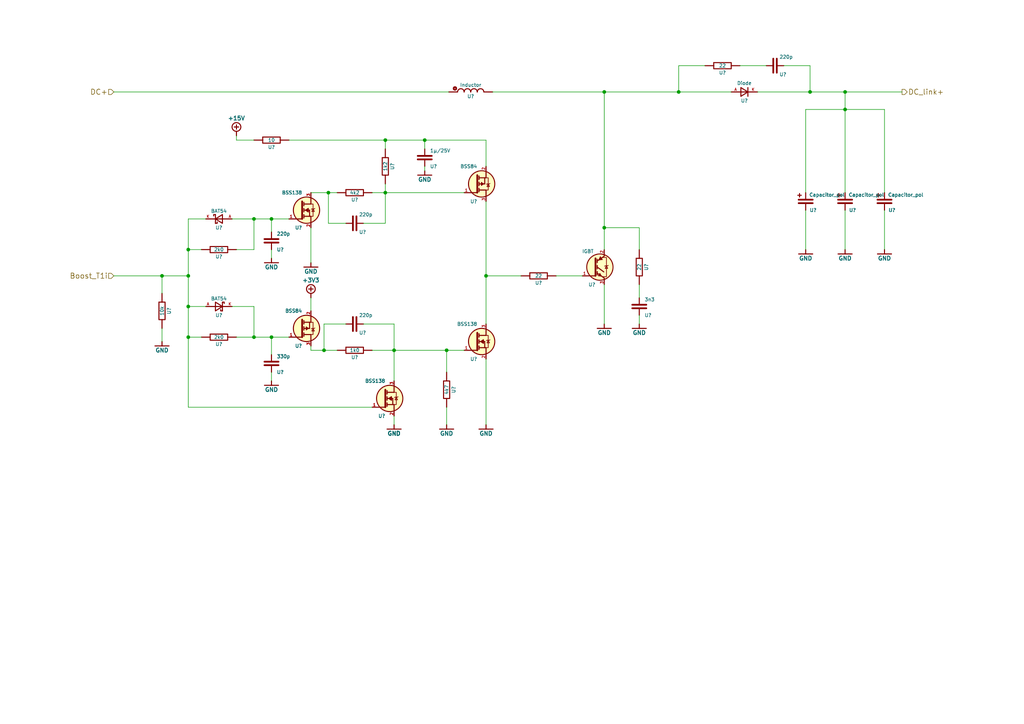
<source format=kicad_sch>
(kicad_sch (version 20211123) (generator eeschema)
  (paper "A4")
  (title_block (rev "0.1") (company "Open Source Solar Inverter Project"))
  (lib_symbols
    (symbol "OSSI_standard_components:+15V" (power) (pin_names (offset 0))
      (property "Value" "+15V" (at 0 5.08 0))
      (symbol "+15V_1_0"
        (polyline (pts (xy -0.635 2.54) (xy 0.635 2.54)) (stroke (width 0.3048)))
        (polyline (pts (xy 0 1.27) (xy 0 0)) (stroke (width 0.3048)))
        (polyline (pts (xy 0 3.175) (xy 0 1.905)) (stroke (width 0.3048)))
        (circle (center 0 2.54) (radius 1.27) (stroke (width 0.3048)))
        (pin power_in line (at 0 0 90) (length 0) hide (name "+15V") (number "1"))
      )
    )
    (symbol "OSSI_standard_components:+3V3" (power) (pin_names (offset 0))
      (property "Value" "+3V3" (at 0 5.08 0))
      (symbol "+3V3_1_0"
        (polyline (pts (xy -0.635 2.54) (xy 0.635 2.54)) (stroke (width 0.3048)))
        (polyline (pts (xy 0 1.27) (xy 0 0)) (stroke (width 0.3048)))
        (polyline (pts (xy 0 3.175) (xy 0 1.905)) (stroke (width 0.3048)))
        (circle (center 0 2.54) (radius 1.27) (stroke (width 0.3048)))
        (pin power_in line (at 0 0 90) (length 0) hide (name "+3V3") (number "1"))
      )
    )
    (symbol "OSSI_standard_components:Capacitor" (pin_numbers hide) (pin_names (offset 1.016) hide)
      (property "Reference" "C" (at 1.524 -2.54 0))
      (property "Value" "Capacitor" (at 1.524 2.032 0))
      (symbol "Capacitor_0_0"
        (polyline (pts (xy -2.032 -0.508) (xy 2.032 -0.508)) (stroke (width 0.508)))
        (polyline (pts (xy -2.032 0.508) (xy 2.032 0.508)) (stroke (width 0.508)))
        (polyline (pts (xy 0 -2.54) (xy 0 -0.635)) (stroke (width 0.3048)))
        (polyline (pts (xy 0 0.635) (xy 0 2.54)) (stroke (width 0.3048)))
        (pin passive line (at 0 -2.54 90) (length 0) (name "1") (number "1"))
        (pin passive line (at 0 2.54 270) (length 0) (name "2") (number "2"))
      )
    )
    (symbol "OSSI_standard_components:Capacitor_pol" (pin_numbers hide) (pin_names (offset 1.016) hide)
      (property "Reference" "C" (at 1.143 -2.54 0))
      (property "Value" "Capacitor_pol" (at 1.016 1.905 0))
      (symbol "Capacitor_pol_0_0"
        (polyline (pts (xy -2.286 1.778) (xy -1.27 1.778)) (stroke (width 0.3048)))
        (polyline (pts (xy -2.032 -0.508) (xy 2.032 -0.508)) (stroke (width 0.508)))
        (polyline (pts (xy -2.032 0.508) (xy 2.032 0.508)) (stroke (width 0.508)))
        (polyline (pts (xy -1.778 1.27) (xy -1.778 2.286)) (stroke (width 0.3048)))
        (polyline (pts (xy 0 -2.54) (xy 0 -0.762)) (stroke (width 0.3048)))
        (polyline (pts (xy 0 0.508) (xy 0 2.54)) (stroke (width 0.3048)))
      )
      (symbol "Capacitor_pol_1_0"
        (pin passive line (at 0 2.54 180) (length 0) (name "+") (number "+"))
        (pin passive line (at 0 -2.54 180) (length 0) (name "-") (number "-"))
      )
    )
    (symbol "OSSI_standard_components:Diode" (pin_names (offset 1.016) hide)
      (property "Reference" "D" (at 0 -2.54 0))
      (property "Value" "Diode" (at 0 2.54 0))
      (symbol "Diode_0_0"
        (polyline (pts (xy -3.81 0) (xy 3.81 0)) (stroke (width 0.3048)))
        (polyline (pts (xy 1.016 1.27) (xy 1.016 0) (xy -1.016 1.27) (xy -1.016 -1.27) (xy 1.016 0) (xy 1.016 -1.27)) (stroke (width 0.3048)))
        (pin passive line (at -3.81 0 0) (length 2.54) (name "A") (number "A"))
        (pin passive line (at 3.81 0 180) (length 2.54) (name "K") (number "K"))
      )
    )
    (symbol "OSSI_standard_components:GND" (power) (pin_names (offset 0))
      (property "Value" "GND" (at 0 -2.54 0))
      (symbol "GND_0_0"
        (polyline (pts (xy -2.032 -1.27) (xy 2.032 -1.27)) (stroke (width 0.3048)))
        (polyline (pts (xy 0 -1.27) (xy 0 0)) (stroke (width 0.3048)))
        (pin power_in line (at 0 0 270) (length 0) hide (name "GND") (number "1"))
      )
    )
    (symbol "OSSI_standard_components:IGBT" (pin_names (offset 1.016) hide)
      (property "Reference" "Q" (at 0 -5.08 0))
      (property "Value" "IGBT" (at -0.508 4.572 0))
      (property "Datasheet" "http://www.st.com/web/en/resource/technical/document/datasheet/DM00092752.pdf" (at 0 -5.08 0))
      (symbol "IGBT_0_0"
        (polyline (pts (xy 0 -2.54) (xy -3.81 -2.54)) (stroke (width 0.3048)))
        (polyline (pts (xy 0 2.54) (xy 0 -2.54)) (stroke (width 0.508)))
        (polyline (pts (xy 0.508 -1.27) (xy 0.508 -2.286)) (stroke (width 0.3048)))
        (polyline (pts (xy 0.508 0.508) (xy 0.508 -0.508)) (stroke (width 0.3048)))
        (polyline (pts (xy 0.508 2.286) (xy 0.508 1.27)) (stroke (width 0.3048)))
        (polyline (pts (xy 2.413 -1.397) (xy 0.508 0)) (stroke (width 0.3048)))
        (polyline (pts (xy 0.508 -1.778) (xy 2.54 -3.175) (xy 2.54 -5.08)) (stroke (width 0.3048)))
        (polyline (pts (xy 0.508 1.778) (xy 2.54 3.175) (xy 2.54 5.08)) (stroke (width 0.3048)))
        (polyline (pts (xy 2.032 -2.794) (xy 3.175 -2.794) (xy 3.175 2.794) (xy 2.032 2.794)) (stroke (width 0.2032)))
        (polyline (pts (xy 3.175 0.381) (xy 2.794 -0.381) (xy 3.556 -0.381) (xy 3.175 0.381)) (stroke (width 0.2032)))
        (polyline (pts (xy 3.683 0.508) (xy 3.556 0.381) (xy 2.794 0.381) (xy 2.667 0.254)) (stroke (width 0.2032)))
        (circle (center 1.27 0) (radius 3.81) (stroke (width 0.3048)) (fill (type background)))
        (pin input line (at -3.81 -2.54 0) (length 1.27) (name "G") (number "1"))
      )
      (symbol "IGBT_0_1"
        (polyline (pts (xy 1.397 3.048) (xy 0.889 2.032) (xy 2.032 2.159) (xy 1.397 3.048)) (fill (type outline)))
        (polyline (pts (xy 1.778 -2.667) (xy 0.762 -2.54) (xy 1.27 -1.778) (xy 1.778 -2.667)) (fill (type outline)))
      )
      (symbol "IGBT_1_0"
        (pin passive line (at 2.54 5.08 270) (length 1.27) (name "C") (number "2"))
        (pin passive line (at 2.54 -5.08 90) (length 1.27) (name "E") (number "3"))
      )
    )
    (symbol "OSSI_standard_components:Inductor" (pin_numbers hide) (pin_names (offset 1.016) hide)
      (property "Reference" "L" (at 0 -1.27 0))
      (property "Value" "Inductor" (at 0 2.032 0))
      (symbol "Inductor_0_0"
        (circle (center -4.572 1.016) (radius 0.127) (stroke (width 0.508)))
        (arc (start -1.905 0) (mid -2.8448 0.9398) (end -3.81 0) (stroke (width 0.3048)))
        (arc (start 0 0) (mid -0.9398 0.9398) (end -1.905 0) (stroke (width 0.3048)))
        (polyline (pts (xy -3.81 0) (xy -6.35 0)) (stroke (width 0.3048)))
        (polyline (pts (xy 6.35 0) (xy 3.81 0)) (stroke (width 0.3048)))
        (arc (start 1.905 0) (mid 0.9652 0.9398) (end 0 0) (stroke (width 0.3048)))
        (arc (start 3.81 0) (mid 2.8702 0.9398) (end 1.905 0) (stroke (width 0.3048)))
      )
      (symbol "Inductor_1_1"
        (pin passive line (at -6.35 0 0) (length 1.27) (name "1") (number "1"))
        (pin passive line (at 6.35 0 180) (length 1.27) (name "2") (number "2"))
      )
    )
    (symbol "OSSI_standard_components:NMOS" (pin_names (offset 1.016) hide)
      (property "Reference" "Q" (at 0 -5.08 0))
      (property "Value" "NMOS" (at 0 5.08 0))
      (symbol "NMOS_0_0"
        (polyline (pts (xy 0 -2.54) (xy -3.81 -2.54)) (stroke (width 0.3048)))
        (polyline (pts (xy 0 2.54) (xy 0 -2.54)) (stroke (width 0.508)))
        (polyline (pts (xy 0.508 -1.27) (xy 0.508 -2.286)) (stroke (width 0.3048)))
        (polyline (pts (xy 0.508 0.508) (xy 0.508 -0.508)) (stroke (width 0.3048)))
        (polyline (pts (xy 0.508 2.286) (xy 0.508 1.27)) (stroke (width 0.3048)))
        (polyline (pts (xy 2.159 -1.778) (xy 2.159 0)) (stroke (width 0.3048)))
        (polyline (pts (xy 2.159 0) (xy 0.508 0)) (stroke (width 0.3048)))
        (polyline (pts (xy 0.508 -1.778) (xy 2.54 -1.778) (xy 2.54 -5.08)) (stroke (width 0.3048)))
        (polyline (pts (xy 0.508 1.778) (xy 2.54 1.778) (xy 2.54 5.08)) (stroke (width 0.3048)))
        (polyline (pts (xy 1.016 0) (xy 1.778 0.508) (xy 1.778 -0.508) (xy 1.016 0)) (stroke (width 0.3048)) (fill (type outline)))
        (polyline (pts (xy 2.54 -1.778) (xy 3.175 -1.778) (xy 3.175 1.778) (xy 2.54 1.778)) (stroke (width 0.2032)))
        (polyline (pts (xy 3.175 0.381) (xy 2.794 -0.381) (xy 3.556 -0.381) (xy 3.175 0.381)) (stroke (width 0.2032)))
        (polyline (pts (xy 3.683 0.508) (xy 3.556 0.381) (xy 2.794 0.381) (xy 2.667 0.254)) (stroke (width 0.2032)))
        (circle (center 1.27 0) (radius 3.81) (stroke (width 0.3048)) (fill (type background)))
        (pin input line (at -3.81 -2.54 0) (length 1.27) (name "G") (number "1"))
      )
      (symbol "NMOS_1_0"
        (pin passive line (at 2.54 -5.08 90) (length 1.27) (name "S") (number "2"))
        (pin passive line (at 2.54 5.08 270) (length 1.27) (name "D") (number "3"))
      )
    )
    (symbol "OSSI_standard_components:PMOS" (pin_names (offset 1.016) hide)
      (property "Reference" "Q" (at 0 -5.08 0))
      (property "Value" "PMOS" (at 0 5.08 0))
      (symbol "PMOS_0_0"
        (polyline (pts (xy 0 -2.54) (xy -3.81 -2.54)) (stroke (width 0.3048)))
        (polyline (pts (xy 0 2.54) (xy 0 -2.54)) (stroke (width 0.508)))
        (polyline (pts (xy 0.508 -1.27) (xy 0.508 -2.286)) (stroke (width 0.3048)))
        (polyline (pts (xy 0.508 0.508) (xy 0.508 -0.508)) (stroke (width 0.3048)))
        (polyline (pts (xy 0.508 2.286) (xy 0.508 1.27)) (stroke (width 0.3048)))
        (polyline (pts (xy 2.159 0) (xy 0.508 0)) (stroke (width 0.3048)))
        (polyline (pts (xy 2.159 0) (xy 2.159 1.778)) (stroke (width 0.3048)))
        (polyline (pts (xy 0.508 -1.778) (xy 2.54 -1.778) (xy 2.54 -5.08)) (stroke (width 0.3048)))
        (polyline (pts (xy 0.508 1.778) (xy 2.54 1.778) (xy 2.54 5.08)) (stroke (width 0.3048)))
        (polyline (pts (xy 1.905 0) (xy 1.143 0.508) (xy 1.143 -0.508) (xy 1.905 0)) (fill (type outline)))
        (polyline (pts (xy 2.54 -1.778) (xy 3.175 -1.778) (xy 3.175 1.778) (xy 2.54 1.778)) (stroke (width 0.2032)))
        (polyline (pts (xy 3.175 0) (xy 2.794 -0.762) (xy 3.556 -0.762) (xy 3.175 0)) (stroke (width 0.2032)))
        (polyline (pts (xy 3.683 0.127) (xy 3.556 0) (xy 2.794 0) (xy 2.667 -0.127)) (stroke (width 0.2032)))
        (circle (center 1.27 0) (radius 3.81) (stroke (width 0.3048)) (fill (type background)))
        (pin input line (at -3.81 -2.54 0) (length 1.27) (name "G") (number "1"))
      )
      (symbol "PMOS_1_0"
        (pin passive line (at 2.54 5.08 270) (length 1.27) (name "S") (number "2"))
        (pin passive line (at 2.54 -5.08 90) (length 1.27) (name "D") (number "3"))
      )
    )
    (symbol "OSSI_standard_components:Resistor" (pin_numbers hide) (pin_names (offset 1.016) hide)
      (property "Reference" "R" (at 0 -2.032 0))
      (property "Value" "Resistor" (at 0 0 0))
      (symbol "Resistor_0_0"
        (rectangle (start -2.54 0.889) (end 2.54 -0.889) (stroke (width 0.3048)))
        (polyline (pts (xy -2.54 0) (xy -5.08 0)) (stroke (width 0.3048)))
        (polyline (pts (xy 5.08 0) (xy 2.54 0)) (stroke (width 0.3048)))
      )
      (symbol "Resistor_1_1"
        (pin passive line (at -5.08 0 0) (length 0) (name "1") (number "1"))
        (pin passive line (at 5.08 0 180) (length 0) (name "2") (number "2"))
      )
    )
    (symbol "OSSI_standard_components:Schottky" (pin_names (offset 1.016) hide)
      (property "Reference" "D" (at 0 -2.54 0))
      (property "Value" "Schottky" (at 0 2.286 0))
      (symbol "Schottky_0_0"
        (polyline (pts (xy -3.81 0) (xy 3.81 0)) (stroke (width 0.3048)))
        (polyline (pts (xy 1.016 1.27) (xy 1.016 0) (xy -1.016 1.27) (xy -1.016 -1.27) (xy 1.016 0) (xy 1.016 -1.27)) (stroke (width 0.3048)))
        (pin passive line (at -3.81 0 0) (length 1.27) (name "A") (number "A"))
        (pin passive line (at 3.81 0 180) (length 1.27) (name "K") (number "K"))
      )
      (symbol "Schottky_1_0"
        (polyline (pts (xy 1.016 -1.27) (xy 0.508 -1.27) (xy 0.508 -0.889)) (stroke (width 0.3048)))
        (polyline (pts (xy 1.016 1.27) (xy 1.524 1.27) (xy 1.524 0.889)) (stroke (width 0.3048)))
      )
    )
  )
  (junction (at 73.66 97.79))
  (junction (at 54.61 72.39))
  (junction (at 54.61 97.79))
  (junction (at 245.11 26.67))
  (junction (at 140.97 80.01))
  (junction (at 175.26 26.67))
  (junction (at 78.74 97.79))
  (junction (at 196.85 26.67))
  (junction (at 234.95 26.67))
  (junction (at 245.11 31.75))
  (junction (at 93.98 101.6))
  (junction (at 54.61 80.01))
  (junction (at 129.54 101.6))
  (junction (at 123.19 40.64))
  (junction (at 46.99 80.01))
  (junction (at 111.76 55.88))
  (junction (at 175.26 66.04))
  (junction (at 73.66 63.5))
  (junction (at 78.74 63.5))
  (junction (at 114.3 101.6))
  (junction (at 54.61 88.9))
  (junction (at 111.76 40.64))
  (junction (at 95.25 55.88))
  (wire (pts (xy 129.54 101.6) (xy 129.54 107.95)))
  (wire (pts (xy 245.11 26.67) (xy 261.62 26.67)))
  (wire (pts (xy 234.95 19.05) (xy 234.95 26.67)))
  (wire (pts (xy 90.17 101.6) (xy 90.17 100.33)))
  (wire (pts (xy 185.42 82.55) (xy 185.42 86.36)))
  (wire (pts (xy 107.95 101.6) (xy 114.3 101.6)))
  (wire (pts (xy 78.74 97.79) (xy 83.82 97.79)))
  (wire (pts (xy 54.61 88.9) (xy 54.61 97.79)))
  (wire (pts (xy 161.29 80.01) (xy 168.91 80.01)))
  (wire (pts (xy 90.17 101.6) (xy 93.98 101.6)))
  (wire (pts (xy 140.97 80.01) (xy 140.97 93.98)))
  (wire (pts (xy 46.99 95.25) (xy 46.99 99.06)))
  (wire (pts (xy 78.74 63.5) (xy 78.74 67.31)))
  (wire (pts (xy 68.58 97.79) (xy 73.66 97.79)))
  (wire (pts (xy 245.11 31.75) (xy 245.11 55.88)))
  (wire (pts (xy 54.61 88.9) (xy 59.69 88.9)))
  (wire (pts (xy 245.11 60.96) (xy 245.11 72.39)))
  (wire (pts (xy 78.74 63.5) (xy 83.82 63.5)))
  (wire (pts (xy 90.17 55.88) (xy 95.25 55.88)))
  (wire (pts (xy 93.98 101.6) (xy 97.79 101.6)))
  (wire (pts (xy 114.3 101.6) (xy 114.3 110.49)))
  (wire (pts (xy 185.42 66.04) (xy 185.42 72.39)))
  (wire (pts (xy 78.74 74.93) (xy 78.74 72.39)))
  (wire (pts (xy 90.17 90.17) (xy 90.17 86.36)))
  (wire (pts (xy 100.33 93.98) (xy 93.98 93.98)))
  (wire (pts (xy 83.82 40.64) (xy 111.76 40.64)))
  (wire (pts (xy 140.97 123.19) (xy 140.97 104.14)))
  (wire (pts (xy 68.58 72.39) (xy 73.66 72.39)))
  (wire (pts (xy 68.58 40.64) (xy 73.66 40.64)))
  (wire (pts (xy 111.76 64.77) (xy 105.41 64.77)))
  (wire (pts (xy 219.71 26.67) (xy 234.95 26.67)))
  (wire (pts (xy 140.97 80.01) (xy 151.13 80.01)))
  (wire (pts (xy 68.58 39.37) (xy 68.58 40.64)))
  (wire (pts (xy 105.41 93.98) (xy 114.3 93.98)))
  (wire (pts (xy 54.61 97.79) (xy 54.61 118.11)))
  (wire (pts (xy 129.54 101.6) (xy 134.62 101.6)))
  (wire (pts (xy 67.31 63.5) (xy 73.66 63.5)))
  (wire (pts (xy 123.19 43.18) (xy 123.19 40.64)))
  (wire (pts (xy 54.61 72.39) (xy 58.42 72.39)))
  (wire (pts (xy 142.875 26.67) (xy 175.26 26.67)))
  (wire (pts (xy 33.02 80.01) (xy 46.99 80.01)))
  (wire (pts (xy 95.25 55.88) (xy 97.79 55.88)))
  (wire (pts (xy 245.11 26.67) (xy 245.11 31.75)))
  (wire (pts (xy 185.42 66.04) (xy 175.26 66.04)))
  (wire (pts (xy 67.31 88.9) (xy 73.66 88.9)))
  (wire (pts (xy 54.61 63.5) (xy 54.61 72.39)))
  (wire (pts (xy 175.26 82.55) (xy 175.26 93.98)))
  (wire (pts (xy 95.25 64.77) (xy 95.25 55.88)))
  (wire (pts (xy 46.99 80.01) (xy 46.99 85.09)))
  (wire (pts (xy 100.33 64.77) (xy 95.25 64.77)))
  (wire (pts (xy 123.19 49.53) (xy 123.19 48.26)))
  (wire (pts (xy 233.68 31.75) (xy 245.11 31.75)))
  (wire (pts (xy 73.66 72.39) (xy 73.66 63.5)))
  (wire (pts (xy 73.66 88.9) (xy 73.66 97.79)))
  (wire (pts (xy 54.61 97.79) (xy 58.42 97.79)))
  (wire (pts (xy 107.95 55.88) (xy 111.76 55.88)))
  (wire (pts (xy 111.76 55.88) (xy 134.62 55.88)))
  (wire (pts (xy 114.3 123.19) (xy 114.3 120.65)))
  (wire (pts (xy 73.66 63.5) (xy 78.74 63.5)))
  (wire (pts (xy 78.74 102.87) (xy 78.74 97.79)))
  (wire (pts (xy 196.85 19.05) (xy 204.47 19.05)))
  (wire (pts (xy 129.54 118.11) (xy 129.54 123.19)))
  (wire (pts (xy 256.54 60.96) (xy 256.54 72.39)))
  (wire (pts (xy 90.17 76.2) (xy 90.17 66.04)))
  (wire (pts (xy 175.26 26.67) (xy 175.26 66.04)))
  (wire (pts (xy 54.61 63.5) (xy 59.69 63.5)))
  (wire (pts (xy 114.3 101.6) (xy 129.54 101.6)))
  (wire (pts (xy 54.61 118.11) (xy 107.95 118.11)))
  (wire (pts (xy 227.33 19.05) (xy 234.95 19.05)))
  (wire (pts (xy 111.76 40.64) (xy 111.76 43.18)))
  (wire (pts (xy 93.98 93.98) (xy 93.98 101.6)))
  (wire (pts (xy 175.26 26.67) (xy 196.85 26.67)))
  (wire (pts (xy 111.76 55.88) (xy 111.76 64.77)))
  (wire (pts (xy 140.97 40.64) (xy 140.97 48.26)))
  (wire (pts (xy 233.68 60.96) (xy 233.68 72.39)))
  (wire (pts (xy 196.85 19.05) (xy 196.85 26.67)))
  (wire (pts (xy 245.11 31.75) (xy 256.54 31.75)))
  (wire (pts (xy 175.26 66.04) (xy 175.26 72.39)))
  (wire (pts (xy 233.68 55.88) (xy 233.68 31.75)))
  (wire (pts (xy 256.54 31.75) (xy 256.54 55.88)))
  (wire (pts (xy 140.97 58.42) (xy 140.97 80.01)))
  (wire (pts (xy 33.02 26.67) (xy 130.175 26.67)))
  (wire (pts (xy 234.95 26.67) (xy 245.11 26.67)))
  (wire (pts (xy 78.74 110.49) (xy 78.74 107.95)))
  (wire (pts (xy 54.61 80.01) (xy 54.61 88.9)))
  (wire (pts (xy 111.76 53.34) (xy 111.76 55.88)))
  (wire (pts (xy 46.99 80.01) (xy 54.61 80.01)))
  (wire (pts (xy 73.66 97.79) (xy 78.74 97.79)))
  (wire (pts (xy 214.63 19.05) (xy 222.25 19.05)))
  (wire (pts (xy 54.61 72.39) (xy 54.61 80.01)))
  (wire (pts (xy 111.76 40.64) (xy 123.19 40.64)))
  (wire (pts (xy 114.3 93.98) (xy 114.3 101.6)))
  (wire (pts (xy 123.19 40.64) (xy 140.97 40.64)))
  (wire (pts (xy 196.85 26.67) (xy 212.09 26.67)))
  (wire (pts (xy 185.42 93.98) (xy 185.42 91.44)))
  (hierarchical_label "DC_link+" (shape output) (at 261.62 26.67 0) (effects (font (size 1.524 1.524))))
  (hierarchical_label "DC+" (shape input) (at 33.02 26.67 180) (effects (font (size 1.524 1.524))))
  (hierarchical_label "Boost_T1i" (shape input) (at 33.02 80.01 180) (effects (font (size 1.524 1.524))))
  (symbol (lib_id "OSSI_standard_components:Resistor") (at 78.74 40.64 0) (unit 1)
    (property "Value" "10" (at 78.74 40.64 0) (effects (font (size 0.9906 0.9906))))
    (property "Tolerance" "%" (effects hide))
    (property "Manufacturer" "M" (effects hide))
    (property "Partnumber" "P" (effects hide))
    (property "Supplier" "S" (effects hide))
    (property "Order No." "O.No." (effects hide))
  )
  (symbol (lib_id "OSSI_standard_components:Resistor") (at 102.87 55.88 0) (unit 1)
    (property "Value" "4k2" (at 102.87 55.88 0) (effects (font (size 0.9906 0.9906))))
    (property "Tolerance" "%" (effects hide))
    (property "Manufacturer" "M" (effects hide))
    (property "Partnumber" "P" (effects hide))
    (property "Supplier" "S" (effects hide))
    (property "Order No." "O.No." (effects hide))
  )
  (symbol (lib_id "OSSI_standard_components:Resistor") (at 111.76 48.26 90) (mirror x) (unit 1)
    (property "Value" "1k2" (at 111.76 48.26 0) (effects (font (size 0.9906 0.9906))))
    (property "Tolerance" "%" (effects hide))
    (property "Manufacturer" "M" (effects hide))
    (property "Partnumber" "P" (effects hide))
    (property "Supplier" "S" (effects hide))
    (property "Order No." "O.No." (effects hide))
  )
  (symbol (lib_id "OSSI_standard_components:Capacitor") (at 123.19 45.72 0) (unit 1)
    (property "Value" "1µ/25V" (at 124.714 43.688 0) (effects (font (size 0.9906 0.9906)) (justify left)))
    (property "Tolerance" "%" (effects hide))
    (property "Manufacturer" "M" (effects hide))
    (property "Partnumber" "P" (effects hide))
    (property "Supplier" "S" (effects hide))
    (property "Order No." "O.No." (effects hide))
  )
  (symbol (lib_id "OSSI_standard_components:PMOS") (at 138.43 53.34 0) (unit 1)
    (property "Value" "BSS84" (at 138.43 48.26 0) (effects (font (size 0.9906 0.9906)) (justify right)))
    (property "Manufacturer" "M" (effects hide))
    (property "Partnumber" "P" (effects hide))
    (property "Supplier" "S" (effects hide))
    (property "Order No." "O.No." (effects hide))
  )
  (symbol (lib_id "OSSI_standard_components:Capacitor") (at 102.87 64.77 90) (mirror x) (unit 1)
    (property "Value" "220p" (at 104.14 62.23 90) (effects (font (size 0.9906 0.9906)) (justify right)))
    (property "Tolerance" "%" (effects hide))
    (property "Manufacturer" "M" (effects hide))
    (property "Partnumber" "P" (effects hide))
    (property "Supplier" "S" (effects hide))
    (property "Order No." "O.No." (effects hide))
  )
  (symbol (lib_id "OSSI_standard_components:NMOS") (at 87.63 60.96 0) (unit 1)
    (property "Value" "BSS138" (at 87.63 55.88 0) (effects (font (size 0.9906 0.9906)) (justify right)))
    (property "Manufacturer" "M" (effects hide))
    (property "Partnumber" "P" (effects hide))
    (property "Supplier" "S" (effects hide))
    (property "Order No." "O.No." (effects hide))
  )
  (symbol (lib_id "OSSI_standard_components:Capacitor") (at 78.74 69.85 0) (unit 1)
    (property "Value" "220p" (at 80.264 67.818 0) (effects (font (size 0.9906 0.9906)) (justify left)))
    (property "Tolerance" "%" (effects hide))
    (property "Manufacturer" "M" (effects hide))
    (property "Partnumber" "P" (effects hide))
    (property "Supplier" "S" (effects hide))
    (property "Order No." "O.No." (effects hide))
  )
  (symbol (lib_id "OSSI_standard_components:GND") (at 123.19 49.53 0) (unit 1)
    (property "Reference" "#GND0131" (effects hide))
    (property "Value" "GND" (at 123.19 52.07 0) (effects (font (size 1.1938 1.1938) bold)))
  )
  (symbol (lib_id "OSSI_standard_components:GND") (at 90.17 76.2 0) (unit 1)
    (property "Reference" "#GND0132" (effects hide))
    (property "Value" "GND" (at 90.17 78.74 0) (effects (font (size 1.1938 1.1938) bold)))
  )
  (symbol (lib_id "OSSI_standard_components:GND") (at 78.74 74.93 0) (unit 1)
    (property "Reference" "#GND0133" (effects hide))
    (property "Value" "GND" (at 78.74 77.47 0) (effects (font (size 1.1938 1.1938) bold)))
  )
  (symbol (lib_id "OSSI_standard_components:Resistor") (at 63.5 72.39 0) (unit 1)
    (property "Value" "2k0" (at 63.5 72.39 0) (effects (font (size 0.9906 0.9906))))
    (property "Tolerance" "%" (effects hide))
    (property "Manufacturer" "M" (effects hide))
    (property "Partnumber" "P" (effects hide))
    (property "Supplier" "S" (effects hide))
    (property "Order No." "O.No." (effects hide))
  )
  (symbol (lib_id "OSSI_standard_components:Schottky") (at 63.5 63.5 0) (mirror y) (unit 1)
    (property "Value" "BAT54" (at 63.5 61.214 0) (effects (font (size 0.9906 0.9906))))
    (property "Manufacturer" "M" (effects hide))
    (property "Partnumber" "P" (effects hide))
    (property "Supplier" "S" (effects hide))
    (property "Order No." "O.No." (effects hide))
  )
  (symbol (lib_id "OSSI_standard_components:Schottky") (at 63.5 88.9 0) (unit 1)
    (property "Value" "BAT54" (at 63.5 86.614 0) (effects (font (size 0.9906 0.9906))))
    (property "Manufacturer" "M" (effects hide))
    (property "Partnumber" "P" (effects hide))
    (property "Supplier" "S" (effects hide))
    (property "Order No." "O.No." (effects hide))
  )
  (symbol (lib_id "OSSI_standard_components:Resistor") (at 63.5 97.79 0) (unit 1)
    (property "Value" "2k0" (at 63.5 97.79 0) (effects (font (size 0.9906 0.9906))))
    (property "Tolerance" "%" (effects hide))
    (property "Manufacturer" "M" (effects hide))
    (property "Partnumber" "P" (effects hide))
    (property "Supplier" "S" (effects hide))
    (property "Order No." "O.No." (effects hide))
  )
  (symbol (lib_id "OSSI_standard_components:Capacitor") (at 78.74 105.41 0) (unit 1)
    (property "Value" "330p" (at 80.264 103.378 0) (effects (font (size 0.9906 0.9906)) (justify left)))
    (property "Tolerance" "%" (effects hide))
    (property "Manufacturer" "M" (effects hide))
    (property "Partnumber" "P" (effects hide))
    (property "Supplier" "S" (effects hide))
    (property "Order No." "O.No." (effects hide))
  )
  (symbol (lib_id "OSSI_standard_components:PMOS") (at 87.63 95.25 0) (unit 1)
    (property "Value" "BSS84" (at 87.63 90.17 0) (effects (font (size 0.9906 0.9906)) (justify right)))
    (property "Manufacturer" "M" (effects hide))
    (property "Partnumber" "P" (effects hide))
    (property "Supplier" "S" (effects hide))
    (property "Order No." "O.No." (effects hide))
  )
  (symbol (lib_id "OSSI_standard_components:Capacitor") (at 102.87 93.98 90) (mirror x) (unit 1)
    (property "Value" "220p" (at 104.14 91.44 90) (effects (font (size 0.9906 0.9906)) (justify right)))
    (property "Tolerance" "%" (effects hide))
    (property "Manufacturer" "M" (effects hide))
    (property "Partnumber" "P" (effects hide))
    (property "Supplier" "S" (effects hide))
    (property "Order No." "O.No." (effects hide))
  )
  (symbol (lib_id "OSSI_standard_components:Resistor") (at 102.87 101.6 0) (unit 1)
    (property "Value" "1k0" (at 102.87 101.6 0) (effects (font (size 0.9906 0.9906))))
    (property "Tolerance" "%" (effects hide))
    (property "Manufacturer" "M" (effects hide))
    (property "Partnumber" "P" (effects hide))
    (property "Supplier" "S" (effects hide))
    (property "Order No." "O.No." (effects hide))
  )
  (symbol (lib_id "OSSI_standard_components:NMOS") (at 111.76 115.57 0) (unit 1)
    (property "Value" "BSS138" (at 111.76 110.49 0) (effects (font (size 0.9906 0.9906)) (justify right)))
    (property "Manufacturer" "M" (effects hide))
    (property "Partnumber" "P" (effects hide))
    (property "Supplier" "S" (effects hide))
    (property "Order No." "O.No." (effects hide))
  )
  (symbol (lib_id "OSSI_standard_components:Resistor") (at 129.54 113.03 90) (mirror x) (unit 1)
    (property "Value" "4k7" (at 129.54 113.03 0) (effects (font (size 0.9906 0.9906))))
    (property "Tolerance" "%" (effects hide))
    (property "Manufacturer" "M" (effects hide))
    (property "Partnumber" "P" (effects hide))
    (property "Supplier" "S" (effects hide))
    (property "Order No." "O.No." (effects hide))
  )
  (symbol (lib_id "OSSI_standard_components:NMOS") (at 138.43 99.06 0) (unit 1)
    (property "Value" "BSS138" (at 138.43 93.98 0) (effects (font (size 0.9906 0.9906)) (justify right)))
    (property "Manufacturer" "M" (effects hide))
    (property "Partnumber" "P" (effects hide))
    (property "Supplier" "S" (effects hide))
    (property "Order No." "O.No." (effects hide))
  )
  (symbol (lib_id "OSSI_standard_components:Resistor") (at 156.21 80.01 0) (unit 1)
    (property "Value" "22" (at 156.21 80.01 0) (effects (font (size 0.9906 0.9906))))
    (property "Tolerance" "%" (effects hide))
    (property "Manufacturer" "M" (effects hide))
    (property "Partnumber" "P" (effects hide))
    (property "Supplier" "S" (effects hide))
    (property "Order No." "O.No." (effects hide))
  )
  (symbol (lib_id "OSSI_standard_components:Capacitor") (at 185.42 88.9 0) (unit 1)
    (property "Value" "3n3" (at 186.944 86.868 0) (effects (font (size 0.9906 0.9906)) (justify left)))
    (property "Tolerance" "%" (effects hide))
    (property "Manufacturer" "M" (effects hide))
    (property "Partnumber" "P" (effects hide))
    (property "Supplier" "S" (effects hide))
    (property "Order No." "O.No." (effects hide))
  )
  (symbol (lib_id "OSSI_standard_components:Resistor") (at 185.42 77.47 90) (mirror x) (unit 1)
    (property "Value" "22" (at 185.42 77.47 0) (effects (font (size 0.9906 0.9906))))
    (property "Tolerance" "%" (effects hide))
    (property "Manufacturer" "M" (effects hide))
    (property "Partnumber" "P" (effects hide))
    (property "Supplier" "S" (effects hide))
    (property "Order No." "O.No." (effects hide))
  )
  (symbol (lib_id "OSSI_standard_components:IGBT") (at 172.72 77.47 0) (unit 1)
    (property "Value" "IGBT" (at 172.212 72.898 0) (effects (font (size 0.9906 0.9906)) (justify right)))
    (property "Manufacturer" "M" (effects hide))
    (property "Partnumber" "P" (effects hide))
    (property "Supplier" "S" (effects hide))
    (property "Order No." "O.No." (effects hide))
  )
  (symbol (lib_id "OSSI_standard_components:Diode") (at 215.9 26.67 0) (unit 1)
    (property "Value" "Diode" (at 215.9 24.13 0) (effects (font (size 0.9906 0.9906))))
    (property "Manufacturer" "M" (effects hide))
    (property "Partnumber" "P" (effects hide))
    (property "Supplier" "S" (effects hide))
    (property "Order No." "O.No." (effects hide))
  )
  (symbol (lib_id "OSSI_standard_components:Resistor") (at 209.55 19.05 0) (unit 1)
    (property "Value" "22" (at 209.55 19.05 0) (effects (font (size 0.9906 0.9906))))
    (property "Tolerance" "%" (effects hide))
    (property "Manufacturer" "M" (effects hide))
    (property "Partnumber" "P" (effects hide))
    (property "Supplier" "S" (effects hide))
    (property "Order No." "O.No." (effects hide))
  )
  (symbol (lib_id "OSSI_standard_components:Capacitor") (at 224.79 19.05 90) (mirror x) (unit 1)
    (property "Value" "220p" (at 226.06 16.51 90) (effects (font (size 0.9906 0.9906)) (justify right)))
    (property "Tolerance" "%" (effects hide))
    (property "Manufacturer" "M" (effects hide))
    (property "Partnumber" "P" (effects hide))
    (property "Supplier" "S" (effects hide))
    (property "Order No." "O.No." (effects hide))
  )
  (symbol (lib_id "OSSI_standard_components:Capacitor_pol") (at 233.68 58.42 0) (unit 1)
    (property "Value" "Capacitor_pol" (at 234.696 56.515 0) (effects (font (size 0.9906 0.9906)) (justify left)))
    (property "Manufacturer" "M" (effects hide))
    (property "Partnumber" "P" (effects hide))
    (property "Supplier" "S" (effects hide))
    (property "Order No." "O.No." (effects hide))
  )
  (symbol (lib_id "OSSI_standard_components:Capacitor_pol") (at 245.11 58.42 0) (unit 1)
    (property "Value" "Capacitor_pol" (at 246.126 56.515 0) (effects (font (size 0.9906 0.9906)) (justify left)))
    (property "Manufacturer" "M" (effects hide))
    (property "Partnumber" "P" (effects hide))
    (property "Supplier" "S" (effects hide))
    (property "Order No." "O.No." (effects hide))
  )
  (symbol (lib_id "OSSI_standard_components:Capacitor_pol") (at 256.54 58.42 0) (unit 1)
    (property "Value" "Capacitor_pol" (at 257.556 56.515 0) (effects (font (size 0.9906 0.9906)) (justify left)))
    (property "Manufacturer" "M" (effects hide))
    (property "Partnumber" "P" (effects hide))
    (property "Supplier" "S" (effects hide))
    (property "Order No." "O.No." (effects hide))
  )
  (symbol (lib_id "OSSI_standard_components:Resistor") (at 46.99 90.17 90) (mirror x) (unit 1)
    (property "Value" "10k" (at 46.99 90.17 0) (effects (font (size 0.9906 0.9906))))
    (property "Tolerance" "%" (effects hide))
    (property "Manufacturer" "M" (effects hide))
    (property "Partnumber" "P" (effects hide))
    (property "Supplier" "S" (effects hide))
    (property "Order No." "O.No." (effects hide))
  )
  (symbol (lib_id "OSSI_standard_components:GND") (at 46.99 99.06 0) (unit 1)
    (property "Reference" "#GND0134" (effects hide))
    (property "Value" "GND" (at 46.99 101.6 0) (effects (font (size 1.1938 1.1938) bold)))
  )
  (symbol (lib_id "OSSI_standard_components:GND") (at 78.74 110.49 0) (unit 1)
    (property "Reference" "#GND0135" (effects hide))
    (property "Value" "GND" (at 78.74 113.03 0) (effects (font (size 1.1938 1.1938) bold)))
  )
  (symbol (lib_id "OSSI_standard_components:GND") (at 114.3 123.19 0) (unit 1)
    (property "Reference" "#GND0136" (effects hide))
    (property "Value" "GND" (at 114.3 125.73 0) (effects (font (size 1.1938 1.1938) bold)))
  )
  (symbol (lib_id "OSSI_standard_components:GND") (at 129.54 123.19 0) (unit 1)
    (property "Reference" "#GND0137" (effects hide))
    (property "Value" "GND" (at 129.54 125.73 0) (effects (font (size 1.1938 1.1938) bold)))
  )
  (symbol (lib_id "OSSI_standard_components:GND") (at 140.97 123.19 0) (unit 1)
    (property "Reference" "#GND0138" (effects hide))
    (property "Value" "GND" (at 140.97 125.73 0) (effects (font (size 1.1938 1.1938) bold)))
  )
  (symbol (lib_id "OSSI_standard_components:GND") (at 175.26 93.98 0) (unit 1)
    (property "Reference" "#GND0139" (effects hide))
    (property "Value" "GND" (at 175.26 96.52 0) (effects (font (size 1.1938 1.1938) bold)))
  )
  (symbol (lib_id "OSSI_standard_components:GND") (at 185.42 93.98 0) (unit 1)
    (property "Reference" "#GND0140" (effects hide))
    (property "Value" "GND" (at 185.42 96.52 0) (effects (font (size 1.1938 1.1938) bold)))
  )
  (symbol (lib_id "OSSI_standard_components:GND") (at 233.68 72.39 0) (unit 1)
    (property "Reference" "#GND0141" (effects hide))
    (property "Value" "GND" (at 233.68 74.93 0) (effects (font (size 1.1938 1.1938) bold)))
  )
  (symbol (lib_id "OSSI_standard_components:GND") (at 245.11 72.39 0) (unit 1)
    (property "Reference" "#GND0142" (effects hide))
    (property "Value" "GND" (at 245.11 74.93 0) (effects (font (size 1.1938 1.1938) bold)))
  )
  (symbol (lib_id "OSSI_standard_components:GND") (at 256.54 72.39 0) (unit 1)
    (property "Reference" "#GND0143" (effects hide))
    (property "Value" "GND" (at 256.54 74.93 0) (effects (font (size 1.1938 1.1938) bold)))
  )
  (symbol (lib_id "OSSI_standard_components:+15V") (at 68.58 39.37 0) (unit 1)
    (property "Reference" "#+15V0107" (effects hide))
    (property "Value" "+15V" (at 68.58 34.29 0) (effects (font (size 1.1938 1.1938) bold)))
  )
  (symbol (lib_id "OSSI_standard_components:+3V3") (at 90.17 86.36 0) (unit 1)
    (property "Reference" "#+3V0105" (effects hide))
    (property "Value" "+3V3" (at 90.17 81.28 0) (effects (font (size 1.1938 1.1938) bold)))
  )
  (symbol (lib_id "OSSI_standard_components:Inductor") (at 136.525 26.67 0) (unit 1)
    (property "Value" "Inductor" (at 136.525 24.638 0) (effects (font (size 0.9906 0.9906))))
    (property "Manufacturer" "M" (effects hide))
    (property "Partnumber" "P" (effects hide))
    (property "Supplier" "S" (effects hide))
    (property "Order No." "O.No." (effects hide))
  )
)
</source>
